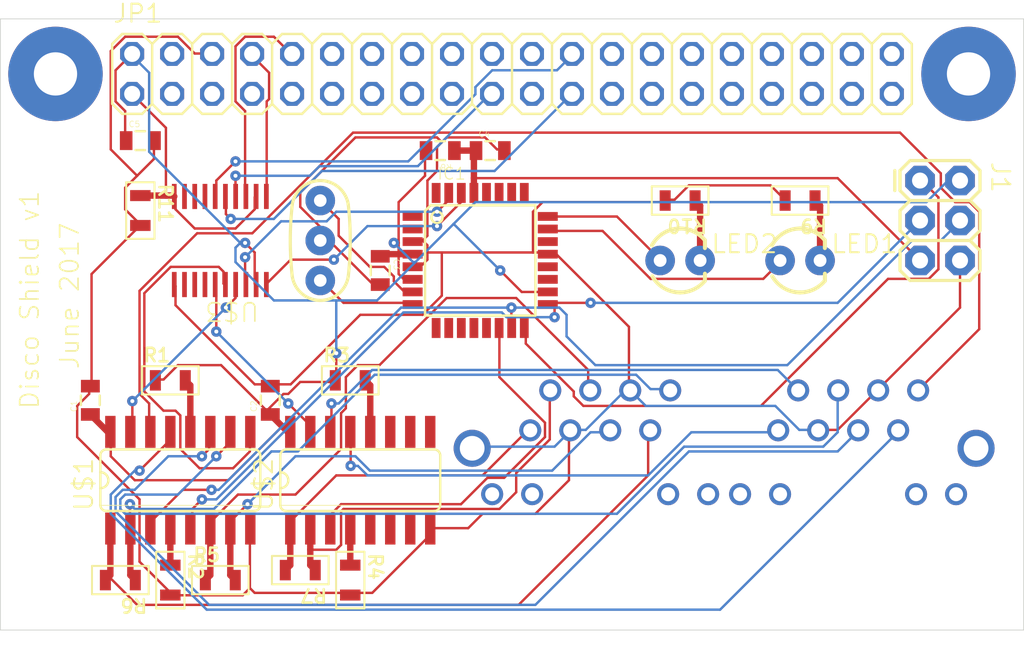
<source format=kicad_pcb>
(kicad_pcb (version 20241229) (generator "pcbnew") (generator_version "9.0")
  (layers (0 "F.Cu" signal) (2 "B.Cu" signal) (13 "F.Paste" user) (15 "B.Paste" user) (5 "F.SilkS" user "F.Silkscreen") (7 "B.SilkS" user "B.Silkscreen") (1 "F.Mask" user) (3 "B.Mask" user) (25 "Edge.Cuts" user))
  (net 0 "")
  (net 1 "VCC")
  (net 2 "GND")
  (net 3 "TXD_PI")
  (net 4 "RXD_PI")
  (net 5 "CE0_PI")
  (net 6 "CE1_PI")
  (net 7 "MOSI_PI")
  (net 8 "MISO_PI")
  (net 9 "SCLK_PI")
  (net 10 "D4")
  (net 11 "R4")
  (net 12 "N$1")
  (net 13 "N$3")
  (net 14 "N$5")
  (net 15 "N$6")
  (net 16 "D-BR-1")
  (net 17 "D-BR-2")
  (net 18 "D-B-2")
  (net 19 "D-B-1")
  (net 20 "R-B-1")
  (net 21 "R-BR-1")
  (net 22 "R-BR-2")
  (net 23 "R-B-2")
  (net 24 "D-O-1")
  (net 25 "D-O-2")
  (net 26 "R-O-1")
  (net 27 "R-O-2")
  (net 28 "SCK_AT")
  (net 29 "MISO_AT")
  (net 30 "MOSI_AT")
  (net 31 "XCK_AT")
  (net 32 "~{SS_AT}")
  (net 33 "RESET")
  (net 34 "N$7")
  (net 35 "N$8")
  (net 36 "N$9")
  (net 37 "N$10")
  (net 38 "LED1")
  (net 39 "LED2")
  (net 40 "N$11")
  (net 41 "N$12")
  (net 42 "V3.3")
  (net 43 "TXD_PI_5V")
  (net 44 "RXD_PI_5V")
  (net 45 "MOSI_PI_5V")
  (net 46 "SCLK_PI_5V")
  (net 47 "CE0_PI_5V")
  (footprint "R0805" (layer "F.Cu") (at 135.0511 120.6211 180)
    (property "Reference" "R7")
    (property "Value" "100" (hide yes))
  )
  (footprint "RESONATOR-PTH" (layer "F.Cu") (at 136.3211 99.6661 -90)
    (property "Reference" "Y1" (hide yes))
    (property "Value" "RESONATORPTH" (hide yes))
  )
  (footprint "2X20" (layer "F.Cu") (at 148.5011 89.0761)
    (property "Reference" "JP1")
    (property "Value" "PI-HEADER")
  )
  (footprint "0805" (layer "F.Cu") (at 124.8911 93.3161)
    (property "Reference" "C5")
    (property "Value" "10u")
  )
  (footprint "R0805" (layer "F.Cu") (at 124.8911 97.7611 -90)
    (property "Reference" "R11")
    (property "Value" "1k" (hide yes))
  )
  (footprint "TQFP32-08" (layer "F.Cu") (at 146.4811 100.9361)
    (property "Reference" "IC1")
    (property "Value" "MEGA48/88/168-AU")
  )
  (footprint "0805" (layer "F.Cu") (at 143.9411 93.9511 180)
    (property "Reference" "R8")
    (property "Value" "4K7")
  )
  (footprint "R0805" (layer "F.Cu") (at 159.1811 97.1261 180)
    (property "Reference" "R10")
    (property "Value" "400" (hide yes))
  )
  (footprint "R0805" (layer "F.Cu") (at 166.8011 97.1261 180)
    (property "Reference" "R9")
    (property "Value" "400" (hide yes))
  )
  (footprint "SOP-16" (layer "F.Cu") (at 127.4311 114.9061)
    (property "Reference" "U$1")
    (property "Value" "SN65C1167")
  )
  (footprint "TSSOP20" (layer "F.Cu") (at 129.9711 99.6661 180)
    (property "Reference" "U$3")
    (property "Value" "TXB0108PWR")
  )
  (footprint "LED3MM" (layer "F.Cu") (at 166.8011 100.9361)
    (property "Reference" "LED1")
    (property "Value" "IND1")
  )
  (footprint "LED3MM" (layer "F.Cu") (at 159.1811 100.9361)
    (property "Reference" "LED2")
    (property "Value" "IND2")
  )
  (footprint "0805" (layer "F.Cu") (at 121.7161 109.8261 90)
    (property "Reference" "C1")
    (property "Value" ".1u")
  )
  (footprint "R0805" (layer "F.Cu") (at 129.9711 121.2561)
    (property "Reference" "R5")
    (property "Value" "100" (hide yes))
  )
  (footprint "0805" (layer "F.Cu") (at 147.1161 93.9511)
    (property "Reference" "C4")
    (property "Value" ".1u")
  )
  (footprint "SOP-16" (layer "F.Cu") (at 138.8611 114.9061)
    (property "Reference" "U$2")
    (property "Value" "SN65C1167")
  )
  (footprint "R0805" (layer "F.Cu") (at 138.2261 121.2561 -90)
    (property "Reference" "R4")
    (property "Value" "1k" (hide yes))
  )
  (footprint "R0805" (layer "F.Cu") (at 123.6211 121.2561 180)
    (property "Reference" "R6")
    (property "Value" "100" (hide yes))
  )
  (footprint "0805" (layer "F.Cu") (at 133.1461 109.8261 90)
    (property "Reference" "C2")
    (property "Value" ".1u")
  )
  (footprint "RJSBE-5380-C2" (layer "F.Cu") (at 147.7511 119.9861)
    (property "Reference" "U$4" (hide yes))
    (property "Value" "RJSBE-5380-C2" (hide yes))
  )
  (footprint "0805" (layer "F.Cu") (at 140.1311 101.5711 -90)
    (property "Reference" "C3")
    (property "Value" ".1u")
  )
  (footprint "R0805" (layer "F.Cu") (at 126.7961 121.2561 -90)
    (property "Reference" "R2")
    (property "Value" "1k" (hide yes))
  )
  (footprint "R0805" (layer "F.Cu") (at 138.2261 108.5561)
    (property "Reference" "R3")
    (property "Value" "1k" (hide yes))
  )
  (footprint "R0805" (layer "F.Cu") (at 126.7961 108.5561)
    (property "Reference" "R1")
    (property "Value" "1k" (hide yes))
  )
  (footprint "2X3" (layer "F.Cu") (at 174.4211 95.8561 -90)
    (property "Reference" "J1")
    (property "Value" "AVR_SPI_PRG_6PTH")
  )
  (gr_line (start 116.0011 85.5761) (end 116.0011 124.4311) (stroke (width 0.05)) (layer "Edge.Cuts"))
  (gr_line (start 116.0011 124.4311) (end 181.0011 124.4311) (stroke (width 0.05)) (layer "Edge.Cuts"))
  (gr_line (start 181.0011 85.5761) (end 116.0011 85.5761) (stroke (width 0.05)) (layer "Edge.Cuts"))
  (gr_line (start 181.0011 124.4311) (end 181.0011 85.5761) (stroke (width 0.05)) (layer "Edge.Cuts"))
  (gr_text "Disco Shield v1" (at 118.5411 110.4611 90) (layer "F.SilkS") (effects (font (size 1.1684 1.1684) (thickness 0.1016)) (justify left bottom)))
  (gr_text "June 2017" (at 121.0811 107.9211 90) (layer "F.SilkS") (effects (font (size 1.1684 1.1684) (thickness 0.1016)) (justify left bottom)))
  (segment (start 134.4161 111.8327) (end 134.2527 111.8327) (width 0.4064) (layer "F.Cu") (net 1))
  (segment (start 127.2787 107.5909) (end 126.3643 108.5053) (width 0.1524) (layer "F.Cu") (net 1))
  (segment (start 135.0511 108.6577) (end 137.1847 108.6577) (width 0.1524) (layer "F.Cu") (net 1))
  (segment (start 124.2307 87.9313) (end 123.3163 88.8457) (width 0.1524) (layer "F.Cu") (net 1))
  (segment (start 125.9071 108.5053) (end 125.8461 108.5561) (width 0.1524) (layer "F.Cu") (net 1))
  (segment (start 132.9175 110.4865) (end 133.1461 110.7261) (width 0.1524) (layer "F.Cu") (net 1))
  (segment (start 133.9843 109.4197) (end 134.2891 109.4197) (width 0.1524) (layer "F.Cu") (net 1))
  (segment (start 132.1555 100.4281) (end 132.1555 102.4093) (width 0.1524) (layer "F.Cu") (net 1))
  (segment (start 141.2995 101.7997) (end 141.6043 102.1045) (width 0.1524) (layer "F.Cu") (net 1))
  (segment (start 123.9259 93.2653) (end 123.9911 93.3161) (width 0.1524) (layer "F.Cu") (net 1))
  (segment (start 141.2995 100.5361) (end 140.2661 100.5361) (width 0.4064) (layer "F.Cu") (net 1))
  (segment (start 142.1885 100.5361) (end 141.2995 100.5361) (width 0.4064) (layer "F.Cu") (net 1))
  (segment (start 130.4791 114.9061) (end 124.5355 114.9061) (width 0.1524) (layer "F.Cu") (net 1))
  (segment (start 142.9759 94.0273) (end 143.0411 93.9511) (width 0.1524) (layer "F.Cu") (net 1))
  (segment (start 124.2307 87.9313) (end 124.3711 87.8061) (width 0.1524) (layer "F.Cu") (net 1))
  (segment (start 141.2995 100.5361) (end 141.2995 99.8185) (width 0.1524) (layer "F.Cu") (net 1))
  (segment (start 123.3163 90.8269) (end 123.9259 91.4365) (width 0.1524) (layer "F.Cu") (net 1))
  (segment (start 124.5355 114.9061) (end 123.0115 113.3821) (width 0.1524) (layer "F.Cu") (net 1))
  (segment (start 141.2995 100.5361) (end 141.2995 101.7997) (width 0.1524) (layer "F.Cu") (net 1))
  (segment (start 132.9175 110.4865) (end 130.0219 107.5909) (width 0.1524) (layer "F.Cu") (net 1))
  (segment (start 122.9861 111.8327) (end 122.8227 111.8327) (width 0.4064) (layer "F.Cu") (net 1))
  (segment (start 133.0699 110.6389) (end 132.9175 110.4865) (width 0.1524) (layer "F.Cu") (net 1))
  (segment (start 133.9026 111.4826) (end 133.1461 110.7261) (width 0.4064) (layer "F.Cu") (net 1))
  (segment (start 150.7737 102.9361) (end 149.1161 102.9361) (width 0.1524) (layer "F.Cu") (net 1))
  (segment (start 132.9175 110.4865) (end 133.9843 109.4197) (width 0.1524) (layer "F.Cu") (net 1))
  (segment (start 122.8227 111.8327) (end 121.7161 110.7261) (width 0.4064) (layer "F.Cu") (net 1))
  (segment (start 149.1161 102.9361) (end 147.7511 101.5711) (width 0.1524) (layer "F.Cu") (net 1))
  (segment (start 133.0699 110.6389) (end 133.1461 110.7261) (width 0.1524) (layer "F.Cu") (net 1))
  (segment (start 137.1847 108.6577) (end 137.2761 108.5561) (width 0.1524) (layer "F.Cu") (net 1))
  (segment (start 140.2661 100.5361) (end 140.1311 100.6711) (width 0.4064) (layer "F.Cu") (net 1))
  (segment (start 123.0115 112.0105) (end 122.9861 111.8327) (width 0.1524) (layer "F.Cu") (net 1))
  (segment (start 141.6043 102.1045) (end 142.0615 102.1045) (width 0.1524) (layer "F.Cu") (net 1))
  (segment (start 141.2995 97.2277) (end 142.9759 95.5513) (width 0.1524) (layer "F.Cu") (net 1))
  (segment (start 132.1555 102.4093) (end 132.2461 102.4661) (width 0.1524) (layer "F.Cu") (net 1))
  (segment (start 137.3371 106.8289) (end 137.3371 108.5053) (width 0.1524) (layer "F.Cu") (net 1))
  (segment (start 123.3163 88.8457) (end 123.3163 90.8269) (width 0.1524) (layer "F.Cu") (net 1))
  (segment (start 134.2527 111.8327) (end 133.9026 111.4826) (width 0.4064) (layer "F.Cu") (net 1))
  (segment (start 142.0615 102.1045) (end 142.1885 102.1361) (width 0.1524) (layer "F.Cu") (net 1))
  (segment (start 130.0219 107.5909) (end 127.2787 107.5909) (width 0.1524) (layer "F.Cu") (net 1))
  (segment (start 142.9759 95.5513) (end 142.9759 94.0273) (width 0.1524) (layer "F.Cu") (net 1))
  (segment (start 134.2891 109.4197) (end 135.0511 108.6577) (width 0.1524) (layer "F.Cu") (net 1))
  (segment (start 123.0115 113.3821) (end 123.0115 112.0105) (width 0.1524) (layer "F.Cu") (net 1))
  (segment (start 141.2995 99.8185) (end 141.2995 97.2277) (width 0.1524) (layer "F.Cu") (net 1))
  (segment (start 123.9259 91.4365) (end 123.9259 93.2653) (width 0.1524) (layer "F.Cu") (net 1))
  (segment (start 137.3371 108.5053) (end 137.2761 108.5561) (width 0.1524) (layer "F.Cu") (net 1))
  (segment (start 131.5459 99.8185) (end 132.1555 100.4281) (width 0.1524) (layer "F.Cu") (net 1))
  (segment (start 133.9026 111.4826) (end 130.4791 114.9061) (width 0.1524) (layer "F.Cu") (net 1))
  (segment (start 140.9947 99.8185) (end 141.2995 99.8185) (width 0.1524) (layer "F.Cu") (net 1))
  (segment (start 126.3643 108.5053) (end 125.9071 108.5053) (width 0.1524) (layer "F.Cu") (net 1))
  (via (at 131.5459 99.8185) (size 0.6604) (drill 0.254) (layers "F.Cu" "B.Cu") (net 1))
  (via (at 137.3371 106.8289) (size 0.6604) (drill 0.254) (layers "F.Cu" "B.Cu") (net 1))
  (via (at 147.7511 101.5711) (size 0.6604) (drill 0.254) (layers "F.Cu" "B.Cu") (net 1))
  (via (at 140.9947 99.8185) (size 0.6604) (drill 0.254) (layers "F.Cu" "B.Cu") (net 1))
  (segment (start 137.3371 103.4761) (end 137.3371 106.8289) (width 0.1524) (layer "B.Cu") (net 1))
  (segment (start 124.3831 87.9313) (end 124.3711 87.8061) (width 0.1524) (layer "B.Cu") (net 1))
  (segment (start 133.3747 103.4761) (end 137.3371 103.4761) (width 0.1524) (layer "B.Cu") (net 1))
  (segment (start 139.9279 103.4761) (end 142.3663 101.0377) (width 0.1524) (layer "B.Cu") (net 1))
  (segment (start 131.2411 99.8185) (end 130.9363 100.1233) (width 0.1524) (layer "B.Cu") (net 1))
  (segment (start 124.3831 87.9313) (end 125.4499 88.9981) (width 0.1524) (layer "B.Cu") (net 1))
  (segment (start 131.2411 99.8185) (end 131.5459 99.8185) (width 0.1524) (layer "B.Cu") (net 1))
  (segment (start 144.792 98.612) (end 142.3663 101.0377) (width 0.1524) (layer "B.Cu") (net 1))
  (segment (start 174.8275 97.2277) (end 176.1991 95.8561) (width 0.1524) (layer "B.Cu") (net 1))
  (segment (start 144.792 98.612) (end 146.1763 97.2277) (width 0.1524) (layer "B.Cu") (net 1))
  (segment (start 146.1763 97.2277) (end 174.8275 97.2277) (width 0.1524) (layer "B.Cu") (net 1))
  (segment (start 125.4499 94.0273) (end 131.2411 99.8185) (width 0.1524) (layer "B.Cu") (net 1))
  (segment (start 130.9363 101.0377) (end 133.3747 103.4761) (width 0.1524) (layer "B.Cu") (net 1))
  (segment (start 137.3371 103.4761) (end 139.9279 103.4761) (width 0.1524) (layer "B.Cu") (net 1))
  (segment (start 125.4499 88.9981) (end 125.4499 94.0273) (width 0.1524) (layer "B.Cu") (net 1))
  (segment (start 142.2139 101.0377) (end 140.9947 99.8185) (width 0.1524) (layer "B.Cu") (net 1))
  (segment (start 176.1991 95.8561) (end 176.9611 95.8561) (width 0.1524) (layer "B.Cu") (net 1))
  (segment (start 142.3663 101.0377) (end 142.2139 101.0377) (width 0.1524) (layer "B.Cu") (net 1))
  (segment (start 147.7511 101.5711) (end 144.792 98.612) (width 0.1524) (layer "B.Cu") (net 1))
  (segment (start 130.9363 100.1233) (end 130.9363 101.0377) (width 0.1524) (layer "B.Cu") (net 1))
  (segment (start 133.2223 108.8101) (end 133.1461 108.9261) (width 0.1524) (layer "F.Cu") (net 2))
  (segment (start 143.1283 99.9709) (end 143.1283 100.4281) (width 0.1524) (layer "F.Cu") (net 2))
  (segment (start 123.9259 96.3133) (end 124.6879 95.5513) (width 0.1524) (layer "F.Cu") (net 2))
  (segment (start 149.9863 117.0397) (end 146.6335 117.0397) (width 0.1524) (layer "F.Cu") (net 2))
  (segment (start 138.5563 93.1129) (end 135.0511 96.6181) (width 0.1524) (layer "F.Cu") (net 2))
  (segment (start 143.4331 117.9541) (end 143.3061 117.9795) (width 0.1524) (layer "F.Cu") (net 2))
  (segment (start 143.7379 95.2465) (end 143.7379 93.7225) (width 0.1524) (layer "F.Cu") (net 2))
  (segment (start 134.4415 108.8101) (end 133.2223 108.8101) (width 0.1524) (layer "F.Cu") (net 2))
  (segment (start 139.6231 102.4093) (end 140.0803 102.4093) (width 0.1524) (layer "F.Cu") (net 2))
  (segment (start 143.2807 118.4113) (end 143.2807 118.1065) (width 0.1524) (layer "F.Cu") (net 2))
  (segment (start 120.8779 112.1629) (end 120.8779 110.1817) (width 0.1524) (layer "F.Cu") (net 2))
  (segment (start 140.0803 102.4093) (end 140.1311 102.4711) (width 0.1524) (layer "F.Cu") (net 2))
  (segment (start 171.6271 109.2673) (end 171.7611 109.1961) (width 0.1524) (layer "F.Cu") (net 2))
  (segment (start 176.9611 103.9333) (end 176.9611 100.9361) (width 0.1524) (layer "F.Cu") (net 2))
  (segment (start 169.1887 111.7057) (end 167.9695 111.7057) (width 0.1524) (layer "F.Cu") (net 2))
  (segment (start 143.1283 100.4281) (end 143.1283 100.8853) (width 0.1524) (layer "F.Cu") (net 2))
  (segment (start 158.3683 97.0753) (end 158.2311 97.1261) (width 0.1524) (layer "F.Cu") (net 2))
  (segment (start 133.0699 108.8101) (end 133.1461 108.9261) (width 0.1524) (layer "F.Cu") (net 2))
  (segment (start 143.7379 93.1129) (end 138.5563 93.1129) (width 0.1524) (layer "F.Cu") (net 2))
  (segment (start 129.4123 87.7789) (end 129.4511 87.8061) (width 0.1524) (layer "F.Cu") (net 2))
  (segment (start 138.2515 122.0689) (end 138.2261 122.2061) (width 0.1524) (layer "F.Cu") (net 2))
  (segment (start 148.0051 93.8749) (end 148.0161 93.9511) (width 0.1524) (layer "F.Cu") (net 2))
  (segment (start 135.0511 96.6181) (end 135.0511 97.5325) (width 0.1524) (layer "F.Cu") (net 2))
  (segment (start 126.8215 122.0689) (end 126.7961 122.2061) (width 0.1524) (layer "F.Cu") (net 2))
  (segment (start 127.1263 103.7809) (end 132.1555 108.8101) (width 0.1524) (layer "F.Cu") (net 2))
  (segment (start 138.2515 122.0689) (end 139.6231 122.0689) (width 0.1524) (layer "F.Cu") (net 2))
  (segment (start 124.6879 95.5513) (end 123.0115 93.8749) (width 0.1524) (layer "F.Cu") (net 2))
  (segment (start 152.1199 114.9061) (end 149.9863 117.0397) (width 0.1524) (layer "F.Cu") (net 2))
  (segment (start 127.2787 86.7121) (end 128.3455 87.7789) (width 0.1524) (layer "F.Cu") (net 2))
  (segment (start 143.2807 118.1065) (end 143.3061 117.9795) (width 0.1524) (layer "F.Cu") (net 2))
  (segment (start 150.9007 100.5805) (end 150.7737 100.5361) (width 0.1524) (layer "F.Cu") (net 2))
  (segment (start 143.1283 100.4281) (end 144.0427 100.4281) (width 0.1524) (layer "F.Cu") (net 2))
  (segment (start 123.0115 87.6265) (end 123.9259 86.7121) (width 0.1524) (layer "F.Cu") (net 2))
  (segment (start 131.8507 121.7641) (end 131.3935 122.2213) (width 0.1524) (layer "F.Cu") (net 2))
  (segment (start 124.8403 98.7517) (end 121.7923 101.7997) (width 0.1524) (layer "F.Cu") (net 2))
  (segment (start 150.7483 100.4281) (end 150.7737 100.5361) (width 0.1524) (layer "F.Cu") (net 2))
  (segment (start 132.1555 122.0689) (end 138.0991 122.0689) (width 0.1524) (layer "F.Cu") (net 2))
  (segment (start 158.8255 97.0753) (end 158.3683 97.0753) (width 0.1524) (layer "F.Cu") (net 2))
  (segment (start 171.7795 109.1149) (end 176.9611 103.9333) (width 0.1524) (layer "F.Cu") (net 2))
  (segment (start 158.2159 97.2277) (end 158.2311 97.1261) (width 0.1524) (layer "F.Cu") (net 2))
  (segment (start 121.6399 109.4197) (end 121.6399 108.9625) (width 0.1524) (layer "F.Cu") (net 2))
  (segment (start 152.1199 111.8581) (end 152.1199 114.9061) (width 0.1524) (layer "F.Cu") (net 2))
  (segment (start 131.8507 118.1065) (end 131.8761 117.9795) (width 0.1524) (layer "F.Cu") (net 2))
  (segment (start 124.8403 98.7517) (end 124.8911 98.7111) (width 0.1524) (layer "F.Cu") (net 2))
  (segment (start 143.1283 99.3613) (end 143.1283 95.8561) (width 0.1524) (layer "F.Cu") (net 2))
  (segment (start 120.8779 110.1817) (end 121.6399 109.4197) (width 0.1524) (layer "F.Cu") (net 2))
  (segment (start 142.8235 104.3905) (end 138.8611 104.3905) (width 0.1524) (layer "F.Cu") (net 2))
  (segment (start 143.1283 95.8561) (end 143.7379 95.2465) (width 0.1524) (layer "F.Cu") (net 2))
  (segment (start 136.2703 98.7517) (end 136.2703 99.6661) (width 0.1524) (layer "F.Cu") (net 2))
  (segment (start 142.2139 101.1901) (end 142.1885 101.3361) (width 0.1524) (layer "F.Cu") (net 2))
  (segment (start 125.7547 94.4845) (end 125.7547 93.4177) (width 0.1524) (layer "F.Cu") (net 2))
  (segment (start 139.6231 122.0689) (end 143.2807 118.4113) (width 0.1524) (layer "F.Cu") (net 2))
  (segment (start 167.9695 111.7057) (end 167.9511 111.7361) (width 0.1524) (layer "F.Cu") (net 2))
  (segment (start 142.2139 99.6661) (end 142.1885 99.7361) (width 0.1524) (layer "F.Cu") (net 2))
  (segment (start 131.8507 118.1065) (end 131.8507 121.7641) (width 0.1524) (layer "F.Cu") (net 2))
  (segment (start 126.8215 122.2213) (end 126.7961 122.2061) (width 0.1524) (layer "F.Cu") (net 2))
  (segment (start 138.8611 104.3905) (end 134.4415 108.8101) (width 0.1524) (layer "F.Cu") (net 2))
  (segment (start 144.0427 100.4281) (end 149.8339 100.4281) (width 0.1524) (layer "F.Cu") (net 2))
  (segment (start 121.7923 101.7997) (end 121.7923 108.8101) (width 0.1524) (layer "F.Cu") (net 2))
  (segment (start 144.0427 93.4177) (end 144.3475 93.1129) (width 0.1524) (layer "F.Cu") (net 2))
  (segment (start 136.8799 99.6661) (end 139.6231 102.4093) (width 0.1524) (layer "F.Cu") (net 2))
  (segment (start 155.9299 109.1149) (end 156.0111 109.1961) (width 0.1524) (layer "F.Cu") (net 2))
  (segment (start 124.8403 116.1253) (end 120.8779 112.1629) (width 0.1524) (layer "F.Cu") (net 2))
  (segment (start 131.8507 121.7641) (end 132.1555 122.0689) (width 0.1524) (layer "F.Cu") (net 2))
  (segment (start 125.7547 93.4177) (end 125.7911 93.3161) (width 0.1524) (layer "F.Cu") (net 2))
  (segment (start 171.7795 109.1149) (end 171.7611 109.1961) (width 0.1524) (layer "F.Cu") (net 2))
  (segment (start 124.8403 98.5993) (end 124.8911 98.7111) (width 0.1524) (layer "F.Cu") (net 2))
  (segment (start 136.3211 99.6661) (end 136.8799 99.6661) (width 0.1524) (layer "F.Cu") (net 2))
  (segment (start 149.8339 100.4281) (end 149.8339 97.8373) (width 0.1524) (layer "F.Cu") (net 2))
  (segment (start 149.8339 100.4281) (end 150.7483 100.4281) (width 0.1524) (layer "F.Cu") (net 2))
  (segment (start 123.9259 86.7121) (end 127.2787 86.7121) (width 0.1524) (layer "F.Cu") (net 2))
  (segment (start 145.7191 117.9541) (end 143.4331 117.9541) (width 0.1524) (layer "F.Cu") (net 2))
  (segment (start 144.3475 93.1129) (end 146.7859 93.1129) (width 0.1524) (layer "F.Cu") (net 2))
  (segment (start 147.5479 93.8749) (end 148.0051 93.8749) (width 0.1524) (layer "F.Cu") (net 2))
  (segment (start 136.2703 99.6661) (end 136.3211 99.6661) (width 0.1524) (layer "F.Cu") (net 2))
  (segment (start 124.8403 98.5993) (end 123.9259 97.6849) (width 0.1524) (layer "F.Cu") (net 2))
  (segment (start 123.0115 93.8749) (end 123.0115 87.6265) (width 0.1524) (layer "F.Cu") (net 2))
  (segment (start 127.1263 102.5617) (end 127.0461 102.4661) (width 0.1524) (layer "F.Cu") (net 2))
  (segment (start 123.9259 97.6849) (end 123.9259 96.3133) (width 0.1524) (layer "F.Cu") (net 2))
  (segment (start 146.7859 93.1129) (end 147.5479 93.8749) (width 0.1524) (layer "F.Cu") (net 2))
  (segment (start 126.8215 122.0689) (end 124.8403 120.0877) (width 0.1524) (layer "F.Cu") (net 2))
  (segment (start 165.8359 97.0753) (end 165.8511 97.1261) (width 0.1524) (layer "F.Cu") (net 2))
  (segment (start 142.8235 101.1901) (end 142.2139 101.1901) (width 0.1524) (layer "F.Cu") (net 2))
  (segment (start 142.2139 99.6661) (end 142.8235 99.6661) (width 0.1524) (layer "F.Cu") (net 2))
  (segment (start 124.8403 120.0877) (end 124.8403 116.1253) (width 0.1524) (layer "F.Cu") (net 2))
  (segment (start 151.3579 100.5805) (end 155.9299 105.1525) (width 0.1524) (layer "F.Cu") (net 2))
  (segment (start 171.6271 109.2673) (end 169.1887 111.7057) (width 0.1524) (layer "F.Cu") (net 2))
  (segment (start 159.7399 96.1609) (end 158.8255 97.0753) (width 0.1524) (layer "F.Cu") (net 2))
  (segment (start 127.1263 102.5617) (end 127.1263 103.7809) (width 0.1524) (layer "F.Cu") (net 2))
  (segment (start 144.0427 103.1713) (end 142.8235 104.3905) (width 0.1524) (layer "F.Cu") (net 2))
  (segment (start 146.6335 117.0397) (end 145.7191 117.9541) (width 0.1524) (layer "F.Cu") (net 2))
  (segment (start 121.7923 108.8101) (end 121.7161 108.9261) (width 0.1524) (layer "F.Cu") (net 2))
  (segment (start 142.8235 99.6661) (end 143.1283 99.3613) (width 0.1524) (layer "F.Cu") (net 2))
  (segment (start 152.1199 111.8581) (end 152.2011 111.7361) (width 0.1524) (layer "F.Cu") (net 2))
  (segment (start 121.6399 108.9625) (end 121.7161 108.9261) (width 0.1524) (layer "F.Cu") (net 2))
  (segment (start 128.3455 87.7789) (end 129.4123 87.7789) (width 0.1524) (layer "F.Cu") (net 2))
  (segment (start 124.6879 95.5513) (end 125.7547 94.4845) (width 0.1524) (layer "F.Cu") (net 2))
  (segment (start 164.9215 96.1609) (end 159.7399 96.1609) (width 0.1524) (layer "F.Cu") (net 2))
  (segment (start 143.1283 100.8853) (end 142.8235 101.1901) (width 0.1524) (layer "F.Cu") (net 2))
  (segment (start 149.8339 97.8373) (end 150.4435 97.2277) (width 0.1524) (layer "F.Cu") (net 2))
  (segment (start 165.8359 97.0753) (end 164.9215 96.1609) (width 0.1524) (layer "F.Cu") (net 2))
  (segment (start 132.1555 108.8101) (end 133.0699 108.8101) (width 0.1524) (layer "F.Cu") (net 2))
  (segment (start 144.0427 93.4177) (end 143.7379 93.1129) (width 0.1524) (layer "F.Cu") (net 2))
  (segment (start 143.7379 93.7225) (end 144.0427 93.4177) (width 0.1524) (layer "F.Cu") (net 2))
  (segment (start 155.9299 105.1525) (end 155.9299 109.1149) (width 0.1524) (layer "F.Cu") (net 2))
  (segment (start 131.3935 122.2213) (end 126.8215 122.2213) (width 0.1524) (layer "F.Cu") (net 2))
  (segment (start 144.0427 100.4281) (end 144.0427 103.1713) (width 0.1524) (layer "F.Cu") (net 2))
  (segment (start 150.4435 97.2277) (end 158.2159 97.2277) (width 0.1524) (layer "F.Cu") (net 2))
  (segment (start 142.8235 99.6661) (end 143.1283 99.9709) (width 0.1524) (layer "F.Cu") (net 2))
  (segment (start 138.0991 122.0689) (end 138.2261 122.2061) (width 0.1524) (layer "F.Cu") (net 2))
  (segment (start 150.9007 100.5805) (end 151.3579 100.5805) (width 0.1524) (layer "F.Cu") (net 2))
  (segment (start 135.0511 97.5325) (end 136.2703 98.7517) (width 0.1524) (layer "F.Cu") (net 2))
  (segment (start 165.2263 110.1817) (end 166.7503 111.7057) (width 0.1524) (layer "B.Cu") (net 2))
  (segment (start 166.7503 111.7057) (end 167.8171 111.7057) (width 0.1524) (layer "B.Cu") (net 2))
  (segment (start 155.9299 109.2673) (end 155.6251 109.2673) (width 0.1524) (layer "B.Cu") (net 2))
  (segment (start 156.9967 110.1817) (end 165.2263 110.1817) (width 0.1524) (layer "B.Cu") (net 2))
  (segment (start 155.6251 109.2673) (end 153.1867 111.7057) (width 0.1524) (layer "B.Cu") (net 2))
  (segment (start 156.0111 109.1961) (end 156.9967 110.1817) (width 0.1524) (layer "B.Cu") (net 2))
  (segment (start 152.1199 111.8581) (end 151.2055 112.7725) (width 0.1524) (layer "B.Cu") (net 2))
  (segment (start 155.9299 109.2673) (end 156.0111 109.1961) (width 0.1524) (layer "B.Cu") (net 2))
  (segment (start 152.1199 111.8581) (end 152.2011 111.7361) (width 0.1524) (layer "B.Cu") (net 2))
  (segment (start 167.8171 111.7057) (end 167.9511 111.7361) (width 0.1524) (layer "B.Cu") (net 2))
  (segment (start 151.2055 112.7725) (end 146.0239 112.7725) (width 0.1524) (layer "B.Cu") (net 2))
  (segment (start 146.0239 112.7725) (end 145.9711 112.8761) (width 0.1524) (layer "B.Cu") (net 2))
  (segment (start 152.2723 111.7057) (end 152.2011 111.7361) (width 0.1524) (layer "B.Cu") (net 2))
  (segment (start 153.1867 111.7057) (end 152.2723 111.7057) (width 0.1524) (layer "B.Cu") (net 2))
  (segment (start 133.0699 90.6745) (end 132.9175 90.8269) (width 0.1524) (layer "F.Cu") (net 3))
  (segment (start 133.0699 88.9981) (end 133.0699 90.6745) (width 0.1524) (layer "F.Cu") (net 3))
  (segment (start 132.9175 96.7705) (end 132.8961 96.8661) (width 0.1524) (layer "F.Cu") (net 3))
  (segment (start 132.0031 87.9313) (end 131.9911 87.8061) (width 0.1524) (layer "F.Cu") (net 3))
  (segment (start 132.0031 87.9313) (end 133.0699 88.9981) (width 0.1524) (layer "F.Cu") (net 3))
  (segment (start 132.9175 90.8269) (end 132.9175 96.7705) (width 0.1524) (layer "F.Cu") (net 3))
  (segment (start 130.9363 90.8269) (end 131.5459 91.4365) (width 0.1524) (layer "F.Cu") (net 4))
  (segment (start 133.3747 86.7121) (end 131.5459 86.7121) (width 0.1524) (layer "F.Cu") (net 4))
  (segment (start 131.5459 96.7705) (end 131.5961 96.8661) (width 0.1524) (layer "F.Cu") (net 4))
  (segment (start 131.5459 86.7121) (end 130.9363 87.3217) (width 0.1524) (layer "F.Cu") (net 4))
  (segment (start 130.9363 87.3217) (end 130.9363 90.8269) (width 0.1524) (layer "F.Cu") (net 4))
  (segment (start 134.4415 87.7789) (end 134.5311 87.8061) (width 0.1524) (layer "F.Cu") (net 4))
  (segment (start 134.4415 87.7789) (end 133.3747 86.7121) (width 0.1524) (layer "F.Cu") (net 4))
  (segment (start 131.5459 91.4365) (end 131.5459 96.7705) (width 0.1524) (layer "F.Cu") (net 4))
  (segment (start 130.9363 94.6369) (end 129.7171 95.8561) (width 0.1524) (layer "F.Cu") (net 5))
  (segment (start 129.7171 96.7705) (end 129.6461 96.8661) (width 0.1524) (layer "F.Cu") (net 5))
  (segment (start 129.7171 95.8561) (end 129.7171 96.7705) (width 0.1524) (layer "F.Cu") (net 5))
  (via (at 130.9363 94.6369) (size 0.6604) (drill 0.254) (layers "F.Cu" "B.Cu") (net 5))
  (segment (start 152.2723 87.9313) (end 151.3579 88.8457) (width 0.1524) (layer "B.Cu") (net 5))
  (segment (start 146.1763 90.3697) (end 141.9091 94.6369) (width 0.1524) (layer "B.Cu") (net 5))
  (segment (start 152.2723 87.9313) (end 152.3111 87.8061) (width 0.1524) (layer "B.Cu") (net 5))
  (segment (start 151.3579 88.8457) (end 147.2431 88.8457) (width 0.1524) (layer "B.Cu") (net 5))
  (segment (start 146.1763 89.9125) (end 146.1763 90.3697) (width 0.1524) (layer "B.Cu") (net 5))
  (segment (start 141.9091 94.6369) (end 130.9363 94.6369) (width 0.1524) (layer "B.Cu") (net 5))
  (segment (start 147.2431 88.8457) (end 146.1763 89.9125) (width 0.1524) (layer "B.Cu") (net 5))
  (segment (start 130.9363 96.7705) (end 130.9461 96.8661) (width 0.1524) (layer "F.Cu") (net 7))
  (segment (start 130.9363 95.5513) (end 130.9363 96.7705) (width 0.1524) (layer "F.Cu") (net 7))
  (via (at 130.9363 95.5513) (size 0.6604) (drill 0.254) (layers "F.Cu" "B.Cu") (net 7))
  (segment (start 142.5187 94.9417) (end 136.2703 94.9417) (width 0.1524) (layer "B.Cu") (net 7))
  (segment (start 136.2703 94.9417) (end 135.6607 95.5513) (width 0.1524) (layer "B.Cu") (net 7))
  (segment (start 135.6607 95.5513) (end 130.9363 95.5513) (width 0.1524) (layer "B.Cu") (net 7))
  (segment (start 147.0907 90.3697) (end 147.2311 90.3461) (width 0.1524) (layer "B.Cu") (net 7))
  (segment (start 147.0907 90.3697) (end 142.5187 94.9417) (width 0.1524) (layer "B.Cu") (net 7))
  (segment (start 130.6315 98.2945) (end 130.3267 97.9897) (width 0.1524) (layer "F.Cu") (net 9))
  (segment (start 130.3267 96.9229) (end 130.2961 96.8661) (width 0.1524) (layer "F.Cu") (net 9))
  (segment (start 130.3267 97.9897) (end 130.3267 96.9229) (width 0.1524) (layer "F.Cu") (net 9))
  (via (at 130.6315 98.2945) (size 0.6604) (drill 0.254) (layers "F.Cu" "B.Cu") (net 9))
  (segment (start 147.3955 95.2465) (end 136.4227 95.2465) (width 0.1524) (layer "B.Cu") (net 9))
  (segment (start 136.4227 95.2465) (end 133.3747 98.2945) (width 0.1524) (layer "B.Cu") (net 9))
  (segment (start 152.2723 90.3697) (end 147.3955 95.2465) (width 0.1524) (layer "B.Cu") (net 9))
  (segment (start 152.2723 90.3697) (end 152.3111 90.3461) (width 0.1524) (layer "B.Cu") (net 9))
  (segment (start 133.3747 98.2945) (end 130.6315 98.2945) (width 0.1524) (layer "B.Cu") (net 9))
  (segment (start 128.0661 108.8761) (end 127.7461 108.5561) (width 0.4064) (layer "F.Cu") (net 12))
  (segment (start 128.0661 111.8327) (end 128.0661 108.8761) (width 0.4064) (layer "F.Cu") (net 12))
  (segment (start 126.7961 117.9795) (end 126.7961 120.3061) (width 0.4064) (layer "F.Cu") (net 13))
  (segment (start 139.4961 111.8327) (end 139.4961 108.8761) (width 0.4064) (layer "F.Cu") (net 14))
  (segment (start 139.4961 108.8761) (end 139.1761 108.5561) (width 0.4064) (layer "F.Cu") (net 14))
  (segment (start 138.2261 117.9795) (end 138.2261 120.3061) (width 0.4064) (layer "F.Cu") (net 15))
  (segment (start 178.1803 97.8373) (end 177.5707 97.2277) (width 0.1524) (layer "F.Cu") (net 16))
  (segment (start 175.7419 95.3989) (end 173.1511 92.8081) (width 0.1524) (layer "F.Cu") (net 16))
  (segment (start 124.8403 102.8665) (end 124.8403 109.4197) (width 0.1524) (layer "F.Cu") (net 16))
  (segment (start 178.1803 105.3049) (end 178.1803 97.8373) (width 0.1524) (layer "F.Cu") (net 16))
  (segment (start 124.8403 109.4197) (end 125.4499 110.0293) (width 0.1524) (layer "F.Cu") (net 16))
  (segment (start 128.4979 99.2089) (end 124.8403 102.8665) (width 0.1524) (layer "F.Cu") (net 16))
  (segment (start 125.4499 111.7057) (end 125.5261 111.8327) (width 0.1524) (layer "F.Cu") (net 16))
  (segment (start 138.4039 92.8081) (end 132.0031 99.2089) (width 0.1524) (layer "F.Cu") (net 16))
  (segment (start 174.3703 109.1149) (end 174.3011 109.1961) (width 0.1524) (layer "F.Cu") (net 16))
  (segment (start 173.1511 92.8081) (end 138.4039 92.8081) (width 0.1524) (layer "F.Cu") (net 16))
  (segment (start 177.5707 97.2277) (end 176.6563 97.2277) (width 0.1524) (layer "F.Cu") (net 16))
  (segment (start 132.0031 99.2089) (end 128.4979 99.2089) (width 0.1524) (layer "F.Cu") (net 16))
  (segment (start 125.4499 110.0293) (end 125.4499 111.7057) (width 0.1524) (layer "F.Cu") (net 16))
  (segment (start 176.6563 97.2277) (end 175.7419 96.3133) (width 0.1524) (layer "F.Cu") (net 16))
  (segment (start 174.3703 109.1149) (end 178.1803 105.3049) (width 0.1524) (layer "F.Cu") (net 16))
  (segment (start 175.7419 96.3133) (end 175.7419 95.3989) (width 0.1524) (layer "F.Cu") (net 16))
  (segment (start 126.6691 112.4677) (end 126.6691 111.8581) (width 0.1524) (layer "F.Cu") (net 17))
  (segment (start 126.6691 111.8581) (end 126.7961 111.8327) (width 0.1524) (layer "F.Cu") (net 17))
  (segment (start 124.8403 114.2965) (end 126.6691 112.4677) (width 0.1524) (layer "F.Cu") (net 17))
  (via (at 124.8403 114.2965) (size 0.6604) (drill 0.254) (layers "F.Cu" "B.Cu") (net 17))
  (segment (start 123.0115 115.8205) (end 124.5355 114.2965) (width 0.1524) (layer "B.Cu") (net 17))
  (segment (start 161.7211 123.1357) (end 129.1075 123.1357) (width 0.1524) (layer "B.Cu") (net 17))
  (segment (start 124.5355 114.2965) (end 124.8403 114.2965) (width 0.1524) (layer "B.Cu") (net 17))
  (segment (start 172.9987 111.8581) (end 173.0311 111.7361) (width 0.1524) (layer "B.Cu") (net 17))
  (segment (start 123.0115 117.0397) (end 123.0115 115.8205) (width 0.1524) (layer "B.Cu") (net 17))
  (segment (start 129.1075 123.1357) (end 123.0115 117.0397) (width 0.1524) (layer "B.Cu") (net 17))
  (segment (start 172.9987 111.8581) (end 161.7211 123.1357) (width 0.1524) (layer "B.Cu") (net 17))
  (segment (start 128.8027 113.3821) (end 129.2599 112.9249) (width 0.1524) (layer "F.Cu") (net 18))
  (segment (start 129.2599 112.9249) (end 129.2599 111.8581) (width 0.1524) (layer "F.Cu") (net 18))
  (segment (start 129.2599 111.8581) (end 129.3361 111.8327) (width 0.1524) (layer "F.Cu") (net 18))
  (via (at 128.8027 113.3821) (size 0.6604) (drill 0.254) (layers "F.Cu" "B.Cu") (net 18))
  (segment (start 170.4079 111.8581) (end 169.1887 113.0773) (width 0.1524) (layer "B.Cu") (net 18))
  (segment (start 126.6691 113.3821) (end 128.8027 113.3821) (width 0.1524) (layer "B.Cu") (net 18))
  (segment (start 123.3163 116.8873) (end 123.3163 115.9729) (width 0.1524) (layer "B.Cu") (net 18))
  (segment (start 123.7735 115.5157) (end 124.5355 115.5157) (width 0.1524) (layer "B.Cu") (net 18))
  (segment (start 159.7399 113.0773) (end 149.9863 122.8309) (width 0.1524) (layer "B.Cu") (net 18))
  (segment (start 170.4079 111.8581) (end 170.4911 111.7361) (width 0.1524) (layer "B.Cu") (net 18))
  (segment (start 124.5355 115.5157) (end 126.6691 113.3821) (width 0.1524) (layer "B.Cu") (net 18))
  (segment (start 169.1887 113.0773) (end 159.7399 113.0773) (width 0.1524) (layer "B.Cu") (net 18))
  (segment (start 123.3163 115.9729) (end 123.7735 115.5157) (width 0.1524) (layer "B.Cu") (net 18))
  (segment (start 149.9863 122.8309) (end 129.2599 122.8309) (width 0.1524) (layer "B.Cu") (net 18))
  (segment (start 129.2599 122.8309) (end 123.3163 116.8873) (width 0.1524) (layer "B.Cu") (net 18))
  (segment (start 130.4791 111.8581) (end 130.6061 111.8327) (width 0.1524) (layer "F.Cu") (net 19))
  (segment (start 130.4791 112.6201) (end 130.4791 111.8581) (width 0.1524) (layer "F.Cu") (net 19))
  (segment (start 129.7171 113.3821) (end 130.4791 112.6201) (width 0.1524) (layer "F.Cu") (net 19))
  (via (at 129.7171 113.3821) (size 0.6604) (drill 0.254) (layers "F.Cu" "B.Cu") (net 19))
  (segment (start 155.1679 117.0397) (end 123.9259 117.0397) (width 0.1524) (layer "B.Cu") (net 19))
  (segment (start 159.4351 112.7725) (end 155.1679 117.0397) (width 0.1524) (layer "B.Cu") (net 19))
  (segment (start 168.2743 112.7725) (end 159.4351 112.7725) (width 0.1524) (layer "B.Cu") (net 19))
  (segment (start 123.9259 115.8205) (end 127.2787 115.8205) (width 0.1524) (layer "B.Cu") (net 19))
  (segment (start 169.1887 109.2673) (end 169.1887 111.8581) (width 0.1524) (layer "B.Cu") (net 19))
  (segment (start 127.2787 115.8205) (end 129.7171 113.3821) (width 0.1524) (layer "B.Cu") (net 19))
  (segment (start 123.6211 116.7349) (end 123.6211 116.1253) (width 0.1524) (layer "B.Cu") (net 19))
  (segment (start 123.6211 116.1253) (end 123.9259 115.8205) (width 0.1524) (layer "B.Cu") (net 19))
  (segment (start 169.1887 111.8581) (end 168.2743 112.7725) (width 0.1524) (layer "B.Cu") (net 19))
  (segment (start 169.1887 109.2673) (end 169.2211 109.1961) (width 0.1524) (layer "B.Cu") (net 19))
  (segment (start 123.9259 117.0397) (end 123.6211 116.7349) (width 0.1524) (layer "B.Cu") (net 19))
  (segment (start 137.6419 110.6389) (end 137.9467 110.3341) (width 0.1524) (layer "F.Cu") (net 20))
  (segment (start 138.7087 107.5909) (end 140.0803 107.5909) (width 0.1524) (layer "F.Cu") (net 20))
  (segment (start 129.3361 117.9795) (end 129.3361 120.9411) (width 0.4064) (layer "F.Cu") (net 20))
  (segment (start 153.3391 109.1149) (end 153.4711 109.1961) (width 0.1524) (layer "F.Cu") (net 20))
  (segment (start 148.7671 103.3237) (end 153.3391 107.8957) (width 0.1524) (layer "F.Cu") (net 20))
  (segment (start 137.9467 108.3529) (end 138.7087 107.5909) (width 0.1524) (layer "F.Cu") (net 20))
  (segment (start 140.0803 107.5909) (end 144.3475 103.3237) (width 0.1524) (layer "F.Cu") (net 20))
  (segment (start 134.7463 115.8205) (end 137.6419 112.9249) (width 0.1524) (layer "F.Cu") (net 20))
  (segment (start 137.9467 110.3341) (end 137.9467 108.3529) (width 0.1524) (layer "F.Cu") (net 20))
  (segment (start 129.3361 120.9411) (end 129.0211 121.2561) (width 0.4064) (layer "F.Cu") (net 20))
  (segment (start 144.3475 103.3237) (end 148.7671 103.3237) (width 0.1524) (layer "F.Cu") (net 20))
  (segment (start 129.4123 117.8017) (end 129.3361 117.9795) (width 0.1524) (layer "F.Cu") (net 20))
  (segment (start 137.6419 112.9249) (end 137.6419 110.6389) (width 0.1524) (layer "F.Cu") (net 20))
  (segment (start 129.4123 117.8017) (end 129.4123 117.4969) (width 0.1524) (layer "F.Cu") (net 20))
  (segment (start 153.3391 107.8957) (end 153.3391 109.1149) (width 0.1524) (layer "F.Cu") (net 20))
  (segment (start 131.0887 115.8205) (end 134.7463 115.8205) (width 0.1524) (layer "F.Cu") (net 20))
  (segment (start 129.4123 117.4969) (end 131.0887 115.8205) (width 0.1524) (layer "F.Cu") (net 20))
  (segment (start 124.2561 120.9411) (end 124.5711 121.2561) (width 0.4064) (layer "F.Cu") (net 21))
  (segment (start 124.2307 117.8017) (end 124.2561 117.9795) (width 0.1524) (layer "F.Cu") (net 21))
  (segment (start 124.2561 117.9795) (end 124.2561 120.9411) (width 0.4064) (layer "F.Cu") (net 21))
  (segment (start 124.2307 117.8017) (end 124.2307 116.4301) (width 0.1524) (layer "F.Cu") (net 21))
  (via (at 124.2307 116.4301) (size 0.6604) (drill 0.254) (layers "F.Cu" "B.Cu") (net 21))
  (segment (start 124.2307 116.4301) (end 124.5355 116.7349) (width 0.1524) (layer "B.Cu") (net 21))
  (segment (start 124.5355 116.7349) (end 129.5647 116.7349) (width 0.1524) (layer "B.Cu") (net 21))
  (segment (start 129.5647 116.7349) (end 133.2223 113.0773) (width 0.1524) (layer "B.Cu") (net 21))
  (segment (start 139.7755 108.2005) (end 156.3871 108.2005) (width 0.1524) (layer "B.Cu") (net 21))
  (segment (start 133.2223 113.0773) (end 134.8987 113.0773) (width 0.1524) (layer "B.Cu") (net 21))
  (segment (start 156.3871 108.2005) (end 157.3015 109.1149) (width 0.1524) (layer "B.Cu") (net 21))
  (segment (start 158.5207 109.1149) (end 158.5511 109.1961) (width 0.1524) (layer "B.Cu") (net 21))
  (segment (start 157.3015 109.1149) (end 158.5207 109.1149) (width 0.1524) (layer "B.Cu") (net 21))
  (segment (start 134.8987 113.0773) (end 139.7755 108.2005) (width 0.1524) (layer "B.Cu") (net 21))
  (segment (start 148.9195 122.8309) (end 157.1491 114.6013) (width 0.1524) (layer "F.Cu") (net 22))
  (segment (start 124.6879 122.8309) (end 148.9195 122.8309) (width 0.1524) (layer "F.Cu") (net 22))
  (segment (start 157.1491 114.6013) (end 157.1491 111.8581) (width 0.1524) (layer "F.Cu") (net 22))
  (segment (start 122.9861 120.9411) (end 122.6711 121.2561) (width 0.4064) (layer "F.Cu") (net 22))
  (segment (start 122.9861 117.9795) (end 122.9861 120.9411) (width 0.4064) (layer "F.Cu") (net 22))
  (segment (start 123.0115 121.1545) (end 124.6879 122.8309) (width 0.1524) (layer "F.Cu") (net 22))
  (segment (start 123.0115 121.1545) (end 122.6711 121.2561) (width 0.1524) (layer "F.Cu") (net 22))
  (segment (start 157.1491 111.8581) (end 157.2811 111.7361) (width 0.1524) (layer "F.Cu") (net 22))
  (segment (start 130.6315 117.8017) (end 130.6315 117.4969) (width 0.1524) (layer "F.Cu") (net 23))
  (segment (start 130.6315 117.8017) (end 130.6061 117.9795) (width 0.1524) (layer "F.Cu") (net 23))
  (segment (start 130.6061 117.9795) (end 130.6061 120.9411) (width 0.4064) (layer "F.Cu") (net 23))
  (segment (start 130.6315 117.4969) (end 131.6983 116.4301) (width 0.1524) (layer "F.Cu") (net 23))
  (segment (start 130.6061 120.9411) (end 130.9211 121.2561) (width 0.4064) (layer "F.Cu") (net 23))
  (via (at 131.6983 116.4301) (size 0.6604) (drill 0.254) (layers "F.Cu" "B.Cu") (net 23))
  (segment (start 138.5563 113.3821) (end 139.4707 114.2965) (width 0.1524) (layer "B.Cu") (net 23))
  (segment (start 139.4707 114.2965) (end 151.0531 114.2965) (width 0.1524) (layer "B.Cu") (net 23))
  (segment (start 154.7107 111.8581) (end 154.7411 111.7361) (width 0.1524) (layer "B.Cu") (net 23))
  (segment (start 153.4915 111.8581) (end 154.7107 111.8581) (width 0.1524) (layer "B.Cu") (net 23))
  (segment (start 151.0531 114.2965) (end 153.4915 111.8581) (width 0.1524) (layer "B.Cu") (net 23))
  (segment (start 131.6983 116.4301) (end 134.7463 113.3821) (width 0.1524) (layer "B.Cu") (net 23))
  (segment (start 134.7463 113.3821) (end 138.5563 113.3821) (width 0.1524) (layer "B.Cu") (net 23))
  (segment (start 137.0323 110.0293) (end 137.0323 111.7057) (width 0.1524) (layer "F.Cu") (net 24))
  (segment (start 137.0323 111.7057) (end 136.9561 111.8327) (width 0.1524) (layer "F.Cu") (net 24))
  (via (at 137.0323 110.0293) (size 0.6604) (drill 0.254) (layers "F.Cu" "B.Cu") (net 24))
  (segment (start 166.5979 109.1149) (end 166.6811 109.1961) (width 0.1524) (layer "B.Cu") (net 24))
  (segment (start 137.4895 110.0293) (end 137.0323 110.0293) (width 0.1524) (layer "B.Cu") (net 24))
  (segment (start 166.5979 109.1149) (end 165.3787 107.8957) (width 0.1524) (layer "B.Cu") (net 24))
  (segment (start 165.3787 107.8957) (end 139.6231 107.8957) (width 0.1524) (layer "B.Cu") (net 24))
  (segment (start 139.6231 107.8957) (end 137.4895 110.0293) (width 0.1524) (layer "B.Cu") (net 24))
  (segment (start 138.2515 113.9917) (end 138.2515 111.8581) (width 0.1524) (layer "F.Cu") (net 25))
  (segment (start 138.2515 111.8581) (end 138.2261 111.8327) (width 0.1524) (layer "F.Cu") (net 25))
  (via (at 138.2515 113.9917) (size 0.6604) (drill 0.254) (layers "F.Cu" "B.Cu") (net 25))
  (segment (start 139.3183 114.6013) (end 138.7087 113.9917) (width 0.1524) (layer "B.Cu") (net 25))
  (segment (start 165.3787 111.8581) (end 159.8923 111.8581) (width 0.1524) (layer "B.Cu") (net 25))
  (segment (start 138.7087 113.9917) (end 138.2515 113.9917) (width 0.1524) (layer "B.Cu") (net 25))
  (segment (start 165.3787 111.8581) (end 165.4111 111.7361) (width 0.1524) (layer "B.Cu") (net 25))
  (segment (start 157.1491 114.6013) (end 139.3183 114.6013) (width 0.1524) (layer "B.Cu") (net 25))
  (segment (start 159.8923 111.8581) (end 157.1491 114.6013) (width 0.1524) (layer "B.Cu") (net 25))
  (segment (start 150.9007 109.2673) (end 150.9311 109.1961) (width 0.1524) (layer "F.Cu") (net 26))
  (segment (start 147.7003 116.7349) (end 137.7943 116.7349) (width 0.1524) (layer "F.Cu") (net 26))
  (segment (start 150.9007 109.2673) (end 150.9007 112.3153) (width 0.1524) (layer "F.Cu") (net 26))
  (segment (start 148.7671 114.4489) (end 148.7671 115.6681) (width 0.1524) (layer "F.Cu") (net 26))
  (segment (start 150.9007 112.3153) (end 148.7671 114.4489) (width 0.1524) (layer "F.Cu") (net 26))
  (segment (start 137.3371 119.3257) (end 135.6861 119.3257) (width 0.1524) (layer "F.Cu") (net 26))
  (segment (start 135.6861 119.3257) (end 135.6861 120.3061) (width 0.4064) (layer "F.Cu") (net 26))
  (segment (start 135.6861 117.9795) (end 135.6861 119.3257) (width 0.4064) (layer "F.Cu") (net 26))
  (segment (start 135.6861 120.3061) (end 136.0011 120.6211) (width 0.4064) (layer "F.Cu") (net 26))
  (segment (start 137.6419 119.0209) (end 137.3371 119.3257) (width 0.1524) (layer "F.Cu") (net 26))
  (segment (start 137.6419 116.8873) (end 137.6419 119.0209) (width 0.1524) (layer "F.Cu") (net 26))
  (segment (start 148.7671 115.6681) (end 147.7003 116.7349) (width 0.1524) (layer "F.Cu") (net 26))
  (segment (start 137.7943 116.7349) (end 137.6419 116.8873) (width 0.1524) (layer "F.Cu") (net 26))
  (segment (start 146.6335 114.6013) (end 137.3371 114.6013) (width 0.1524) (layer "F.Cu") (net 27))
  (segment (start 134.4415 117.8017) (end 134.4161 117.9795) (width 0.1524) (layer "F.Cu") (net 27))
  (segment (start 149.5291 111.7057) (end 146.6335 114.6013) (width 0.1524) (layer "F.Cu") (net 27))
  (segment (start 137.3371 114.6013) (end 134.4415 117.4969) (width 0.1524) (layer "F.Cu") (net 27))
  (segment (start 149.5291 111.7057) (end 149.6611 111.7361) (width 0.1524) (layer "F.Cu") (net 27))
  (segment (start 134.4161 117.9795) (end 134.4161 120.3061) (width 0.4064) (layer "F.Cu") (net 27))
  (segment (start 134.4415 117.4969) (end 134.4415 117.8017) (width 0.1524) (layer "F.Cu") (net 27))
  (segment (start 134.4161 120.3061) (end 134.1011 120.6211) (width 0.4064) (layer "F.Cu") (net 27))
  (segment (start 128.1931 117.9541) (end 128.0661 117.9795) (width 0.1524) (layer "F.Cu") (net 28))
  (segment (start 151.2055 103.6285) (end 150.9007 103.6285) (width 0.1524) (layer "F.Cu") (net 28))
  (segment (start 128.8027 116.1253) (end 128.1931 116.7349) (width 0.1524) (layer "F.Cu") (net 28))
  (segment (start 150.9007 103.6285) (end 150.7737 103.7361) (width 0.1524) (layer "F.Cu") (net 28))
  (segment (start 151.2055 103.6285) (end 151.2055 104.5429) (width 0.1524) (layer "F.Cu") (net 28))
  (segment (start 128.1931 116.7349) (end 128.1931 117.9541) (width 0.1524) (layer "F.Cu") (net 28))
  (segment (start 151.2055 103.6285) (end 150.7737 103.7361) (width 0.1524) (layer "F.Cu") (net 28))
  (segment (start 153.4915 103.6285) (end 151.2055 103.6285) (width 0.1524) (layer "F.Cu") (net 28))
  (via (at 151.2055 104.5429) (size 0.6604) (drill 0.254) (layers "F.Cu" "B.Cu") (net 28))
  (via (at 153.4915 103.6285) (size 0.6604) (drill 0.254) (layers "F.Cu" "B.Cu") (net 28))
  (via (at 128.8027 116.1253) (size 0.6604) (drill 0.254) (layers "F.Cu" "B.Cu") (net 28))
  (segment (start 129.7171 116.1253) (end 128.8027 116.1253) (width 0.1524) (layer "B.Cu") (net 28))
  (segment (start 151.2055 104.5429) (end 148.1575 104.5429) (width 0.1524) (layer "B.Cu") (net 28))
  (segment (start 141.6043 104.2381) (end 129.7171 116.1253) (width 0.1524) (layer "B.Cu") (net 28))
  (segment (start 148.1575 104.5429) (end 147.8527 104.2381) (width 0.1524) (layer "B.Cu") (net 28))
  (segment (start 174.4211 98.3961) (end 169.1887 103.6285) (width 0.1524) (layer "B.Cu") (net 28))
  (segment (start 147.8527 104.2381) (end 141.6043 104.2381) (width 0.1524) (layer "B.Cu") (net 28))
  (segment (start 169.1887 103.6285) (end 153.4915 103.6285) (width 0.1524) (layer "B.Cu") (net 28))
  (segment (start 174.5227 95.8561) (end 175.5895 96.9229) (width 0.1524) (layer "F.Cu") (net 29))
  (segment (start 152.4247 109.2673) (end 149.3767 106.2193) (width 0.1524) (layer "F.Cu") (net 29))
  (segment (start 172.3891 102.1045) (end 164.3119 110.1817) (width 0.1524) (layer "F.Cu") (net 29))
  (segment (start 149.3767 105.3049) (end 149.2811 105.2287) (width 0.1524) (layer "F.Cu") (net 29))
  (segment (start 174.9799 102.1045) (end 172.3891 102.1045) (width 0.1524) (layer "F.Cu") (net 29))
  (segment (start 175.5895 96.9229) (end 175.5895 101.4949) (width 0.1524) (layer "F.Cu") (net 29))
  (segment (start 149.3767 106.2193) (end 149.3767 105.3049) (width 0.1524) (layer "F.Cu") (net 29))
  (segment (start 153.0343 110.1817) (end 152.4247 109.5721) (width 0.1524) (layer "F.Cu") (net 29))
  (segment (start 152.4247 109.5721) (end 152.4247 109.2673) (width 0.1524) (layer "F.Cu") (net 29))
  (segment (start 175.5895 101.4949) (end 174.9799 102.1045) (width 0.1524) (layer "F.Cu") (net 29))
  (segment (start 164.3119 110.1817) (end 153.0343 110.1817) (width 0.1524) (layer "F.Cu") (net 29))
  (segment (start 174.5227 95.8561) (end 174.4211 95.8561) (width 0.1524) (layer "F.Cu") (net 29))
  (segment (start 148.4623 103.9333) (end 148.4623 105.1525) (width 0.1524) (layer "F.Cu") (net 30))
  (segment (start 125.6023 117.9541) (end 125.5261 117.9795) (width 0.1524) (layer "F.Cu") (net 30))
  (segment (start 129.4123 115.5157) (end 127.5835 115.5157) (width 0.1524) (layer "F.Cu") (net 30))
  (segment (start 148.4623 105.1525) (end 148.4811 105.2287) (width 0.1524) (layer "F.Cu") (net 30))
  (segment (start 125.6023 117.4969) (end 125.6023 117.9541) (width 0.1524) (layer "F.Cu") (net 30))
  (segment (start 127.5835 115.5157) (end 125.6023 117.4969) (width 0.1524) (layer "F.Cu") (net 30))
  (via (at 129.4123 115.5157) (size 0.6604) (drill 0.254) (layers "F.Cu" "B.Cu") (net 30))
  (via (at 148.4623 103.9333) (size 0.6604) (drill 0.254) (layers "F.Cu" "B.Cu") (net 30))
  (segment (start 173.9131 99.6661) (end 165.9883 107.5909) (width 0.1524) (layer "B.Cu") (net 30))
  (segment (start 151.9675 105.7621) (end 151.9675 104.3905) (width 0.1524) (layer "B.Cu") (net 30))
  (segment (start 141.4519 103.9333) (end 129.8695 115.5157) (width 0.1524) (layer "B.Cu") (net 30))
  (segment (start 129.8695 115.5157) (end 129.4123 115.5157) (width 0.1524) (layer "B.Cu") (net 30))
  (segment (start 176.9611 98.4469) (end 175.7419 99.6661) (width 0.1524) (layer "B.Cu") (net 30))
  (segment (start 175.7419 99.6661) (end 173.9131 99.6661) (width 0.1524) (layer "B.Cu") (net 30))
  (segment (start 151.5103 103.9333) (end 148.4623 103.9333) (width 0.1524) (layer "B.Cu") (net 30))
  (segment (start 176.9611 98.4469) (end 176.9611 98.3961) (width 0.1524) (layer "B.Cu") (net 30))
  (segment (start 153.7963 107.5909) (end 151.9675 105.7621) (width 0.1524) (layer "B.Cu") (net 30))
  (segment (start 165.9883 107.5909) (end 153.7963 107.5909) (width 0.1524) (layer "B.Cu") (net 30))
  (segment (start 148.4623 103.9333) (end 141.4519 103.9333) (width 0.1524) (layer "B.Cu") (net 30))
  (segment (start 151.9675 104.3905) (end 151.5103 103.9333) (width 0.1524) (layer "B.Cu") (net 30))
  (segment (start 150.5959 111.2485) (end 147.7003 108.3529) (width 0.1524) (layer "F.Cu") (net 32))
  (segment (start 137.6419 116.4301) (end 145.2619 116.4301) (width 0.1524) (layer "F.Cu") (net 32))
  (segment (start 137.0323 117.9541) (end 136.9561 117.9795) (width 0.1524) (layer "F.Cu") (net 32))
  (segment (start 148.0051 114.7537) (end 150.5959 112.1629) (width 0.1524) (layer "F.Cu") (net 32))
  (segment (start 147.7003 108.3529) (end 147.7003 105.3049) (width 0.1524) (layer "F.Cu") (net 32))
  (segment (start 137.0323 117.0397) (end 137.6419 116.4301) (width 0.1524) (layer "F.Cu") (net 32))
  (segment (start 147.7003 105.3049) (end 147.6811 105.2287) (width 0.1524) (layer "F.Cu") (net 32))
  (segment (start 146.9383 114.7537) (end 148.0051 114.7537) (width 0.1524) (layer "F.Cu") (net 32))
  (segment (start 145.2619 116.4301) (end 146.9383 114.7537) (width 0.1524) (layer "F.Cu") (net 32))
  (segment (start 150.5959 112.1629) (end 150.5959 111.2485) (width 0.1524) (layer "F.Cu") (net 32))
  (segment (start 137.0323 117.9541) (end 137.0323 117.0397) (width 0.1524) (layer "F.Cu") (net 32))
  (segment (start 146.0811 95.7037) (end 146.0811 94.0861) (width 0.4064) (layer "F.Cu") (net 33))
  (segment (start 146.0811 94.0861) (end 146.2161 93.9511) (width 0.4064) (layer "F.Cu") (net 33))
  (segment (start 174.4211 100.9361) (end 169.1887 95.7037) (width 0.1524) (layer "F.Cu") (net 33))
  (segment (start 146.2161 93.9511) (end 144.8411 93.9511) (width 0.4064) (layer "F.Cu") (net 33))
  (segment (start 169.1887 95.7037) (end 146.0811 95.7037) (width 0.1524) (layer "F.Cu") (net 33))
  (segment (start 146.0811 96.6435) (end 146.0811 95.7037) (width 0.4064) (layer "F.Cu") (net 33))
  (via (at 177.5011 89.0761) (size 6) (drill 2.75) (layers "F.Cu" "B.Cu") (net 34))
  (via (at 119.5011 89.0761) (size 6) (drill 2.75) (layers "F.Cu" "B.Cu") (net 35))
  (segment (start 168.0711 100.9361) (end 168.0711 97.4461) (width 0.4064) (layer "F.Cu") (net 36))
  (segment (start 168.0711 97.4461) (end 167.7511 97.1261) (width 0.4064) (layer "F.Cu") (net 36))
  (segment (start 160.4511 97.4461) (end 160.1311 97.1261) (width 0.4064) (layer "F.Cu") (net 37))
  (segment (start 160.4511 100.9361) (end 160.4511 97.4461) (width 0.4064) (layer "F.Cu") (net 37))
  (segment (start 157.3015 102.1045) (end 154.2535 99.0565) (width 0.1524) (layer "F.Cu") (net 38))
  (segment (start 164.4643 102.1045) (end 157.3015 102.1045) (width 0.1524) (layer "F.Cu") (net 38))
  (segment (start 154.2535 99.0565) (end 150.9007 99.0565) (width 0.1524) (layer "F.Cu") (net 38))
  (segment (start 165.5311 101.0377) (end 164.4643 102.1045) (width 0.1524) (layer "F.Cu") (net 38))
  (segment (start 150.9007 99.0565) (end 150.7737 98.9361) (width 0.1524) (layer "F.Cu") (net 38))
  (segment (start 165.5311 101.0377) (end 165.5311 100.9361) (width 0.1524) (layer "F.Cu") (net 38))
  (segment (start 150.9007 98.1421) (end 150.7737 98.1361) (width 0.1524) (layer "F.Cu") (net 39))
  (segment (start 157.9111 100.8853) (end 155.1679 98.1421) (width 0.1524) (layer "F.Cu") (net 39))
  (segment (start 155.1679 98.1421) (end 150.9007 98.1421) (width 0.1524) (layer "F.Cu") (net 39))
  (segment (start 157.9111 100.8853) (end 157.9111 100.9361) (width 0.1524) (layer "F.Cu") (net 39))
  (segment (start 140.9947 101.9521) (end 140.9947 102.2569) (width 0.1524) (layer "F.Cu") (net 40))
  (segment (start 137.4895 99.3613) (end 139.4707 101.3425) (width 0.1524) (layer "F.Cu") (net 40))
  (segment (start 140.9947 102.2569) (end 141.6043 102.8665) (width 0.1524) (layer "F.Cu") (net 40))
  (segment (start 137.4895 98.2945) (end 137.4895 99.3613) (width 0.1524) (layer "F.Cu") (net 40))
  (segment (start 139.4707 101.3425) (end 140.3851 101.3425) (width 0.1524) (layer "F.Cu") (net 40))
  (segment (start 136.3211 97.1261) (end 137.4895 98.2945) (width 0.1524) (layer "F.Cu") (net 40))
  (segment (start 140.3851 101.3425) (end 140.9947 101.9521) (width 0.1524) (layer "F.Cu") (net 40))
  (segment (start 141.6043 102.8665) (end 142.0615 102.8665) (width 0.1524) (layer "F.Cu") (net 40))
  (segment (start 142.0615 102.8665) (end 142.1885 102.9361) (width 0.1524) (layer "F.Cu") (net 40))
  (segment (start 136.4227 102.2569) (end 136.3211 102.2061) (width 0.1524) (layer "F.Cu") (net 41))
  (segment (start 142.0615 103.6285) (end 142.1885 103.7361) (width 0.1524) (layer "F.Cu") (net 41))
  (segment (start 137.7943 103.6285) (end 142.0615 103.6285) (width 0.1524) (layer "F.Cu") (net 41))
  (segment (start 136.4227 102.2569) (end 137.7943 103.6285) (width 0.1524) (layer "F.Cu") (net 41))
  (segment (start 130.9363 98.9041) (end 132.1555 97.6849) (width 0.1524) (layer "F.Cu") (net 42))
  (segment (start 126.5167 96.8111) (end 126.5167 92.5033) (width 0.1524) (layer "F.Cu") (net 42))
  (segment (start 127.1263 97.6849) (end 128.3455 98.9041) (width 0.1524) (layer "F.Cu") (net 42))
  (segment (start 127.1263 96.9229) (end 127.1263 97.6849) (width 0.1524) (layer "F.Cu") (net 42))
  (segment (start 127.1263 96.9229) (end 127.0461 96.8661) (width 0.1524) (layer "F.Cu") (net 42))
  (segment (start 126.5167 96.8111) (end 126.9911 96.8111) (width 0.4064) (layer "F.Cu") (net 42))
  (segment (start 126.5167 92.5033) (end 124.3831 90.3697) (width 0.1524) (layer "F.Cu") (net 42))
  (segment (start 132.1555 96.9229) (end 132.2461 96.8661) (width 0.1524) (layer "F.Cu") (net 42))
  (segment (start 132.1555 97.6849) (end 132.1555 96.9229) (width 0.1524) (layer "F.Cu") (net 42))
  (segment (start 126.9911 96.8111) (end 127.0461 96.8661) (width 0.4064) (layer "F.Cu") (net 42))
  (segment (start 128.3455 98.9041) (end 130.9363 98.9041) (width 0.1524) (layer "F.Cu") (net 42))
  (segment (start 124.3831 90.3697) (end 124.3711 90.3461) (width 0.1524) (layer "F.Cu") (net 42))
  (segment (start 124.8911 96.8111) (end 126.5167 96.8111) (width 0.4064) (layer "F.Cu") (net 42))
  (segment (start 132.9175 102.4093) (end 134.4415 100.8853) (width 0.1524) (layer "F.Cu") (net 43))
  (segment (start 145.2619 96.7705) (end 145.2811 96.6435) (width 0.1524) (layer "F.Cu") (net 43))
  (segment (start 134.4415 100.8853) (end 137.1847 100.8853) (width 0.1524) (layer "F.Cu") (net 43))
  (segment (start 145.2619 97.2277) (end 145.2619 96.7705) (width 0.1524) (layer "F.Cu") (net 43))
  (segment (start 143.7379 98.7517) (end 145.2619 97.2277) (width 0.1524) (layer "F.Cu") (net 43))
  (segment (start 132.9175 102.4093) (end 132.8961 102.4661) (width 0.1524) (layer "F.Cu") (net 43))
  (via (at 143.7379 98.7517) (size 0.6604) (drill 0.254) (layers "F.Cu" "B.Cu") (net 43))
  (via (at 137.1847 100.8853) (size 0.6604) (drill 0.254) (layers "F.Cu" "B.Cu") (net 43))
  (segment (start 137.1847 100.8853) (end 139.3183 98.7517) (width 0.1524) (layer "B.Cu") (net 43))
  (segment (start 139.3183 98.7517) (end 143.7379 98.7517) (width 0.1524) (layer "B.Cu") (net 43))
  (segment (start 144.3475 96.7705) (end 144.4811 96.6435) (width 0.1524) (layer "F.Cu") (net 44))
  (segment (start 131.5459 102.4093) (end 131.5459 100.7329) (width 0.1524) (layer "F.Cu") (net 44))
  (segment (start 143.7379 97.8373) (end 144.3475 97.2277) (width 0.1524) (layer "F.Cu") (net 44))
  (segment (start 144.3475 97.2277) (end 144.3475 96.7705) (width 0.1524) (layer "F.Cu") (net 44))
  (segment (start 131.5459 102.4093) (end 131.5961 102.4661) (width 0.1524) (layer "F.Cu") (net 44))
  (via (at 143.7379 97.8373) (size 0.6604) (drill 0.254) (layers "F.Cu" "B.Cu") (net 44))
  (via (at 131.5459 100.7329) (size 0.6604) (drill 0.254) (layers "F.Cu" "B.Cu") (net 44))
  (segment (start 133.8319 98.4469) (end 136.7275 98.4469) (width 0.1524) (layer "B.Cu") (net 44))
  (segment (start 137.3371 97.8373) (end 143.7379 97.8373) (width 0.1524) (layer "B.Cu") (net 44))
  (segment (start 136.7275 98.4469) (end 137.3371 97.8373) (width 0.1524) (layer "B.Cu") (net 44))
  (segment (start 131.5459 100.7329) (end 133.8319 98.4469) (width 0.1524) (layer "B.Cu") (net 44))
  (segment (start 130.3267 103.9333) (end 130.9363 103.3237) (width 0.1524) (layer "F.Cu") (net 45))
  (segment (start 124.3831 111.7057) (end 124.2561 111.8327) (width 0.1524) (layer "F.Cu") (net 45))
  (segment (start 130.9363 102.5617) (end 130.9461 102.4661) (width 0.1524) (layer "F.Cu") (net 45))
  (segment (start 124.3831 111.7057) (end 124.3831 109.8769) (width 0.1524) (layer "F.Cu") (net 45))
  (segment (start 130.9363 103.3237) (end 130.9363 102.5617) (width 0.1524) (layer "F.Cu") (net 45))
  (via (at 124.3831 109.8769) (size 0.6604) (drill 0.254) (layers "F.Cu" "B.Cu") (net 45))
  (via (at 130.3267 103.9333) (size 0.6604) (drill 0.254) (layers "F.Cu" "B.Cu") (net 45))
  (segment (start 124.3831 109.8769) (end 130.3267 103.9333) (width 0.1524) (layer "B.Cu") (net 45))
  (segment (start 125.1451 103.0189) (end 126.8215 101.3425) (width 0.1524) (layer "F.Cu") (net 46))
  (segment (start 126.3643 110.4865) (end 125.1451 109.2673) (width 0.1524) (layer "F.Cu") (net 46))
  (segment (start 128.6503 114.1441) (end 127.4311 112.9249) (width 0.1524) (layer "F.Cu") (net 46))
  (segment (start 130.1743 101.6473) (end 130.1743 102.4093) (width 0.1524) (layer "F.Cu") (net 46))
  (segment (start 130.7839 114.1441) (end 128.6503 114.1441) (width 0.1524) (layer "F.Cu") (net 46))
  (segment (start 125.1451 109.2673) (end 125.1451 103.0189) (width 0.1524) (layer "F.Cu") (net 46))
  (segment (start 131.8507 111.8581) (end 131.8507 113.0773) (width 0.1524) (layer "F.Cu") (net 46))
  (segment (start 127.1263 110.4865) (end 126.3643 110.4865) (width 0.1524) (layer "F.Cu") (net 46))
  (segment (start 130.1743 102.4093) (end 130.2961 102.4661) (width 0.1524) (layer "F.Cu") (net 46))
  (segment (start 131.8507 113.0773) (end 130.7839 114.1441) (width 0.1524) (layer "F.Cu") (net 46))
  (segment (start 127.4311 110.7913) (end 127.1263 110.4865) (width 0.1524) (layer "F.Cu") (net 46))
  (segment (start 126.8215 101.3425) (end 129.8695 101.3425) (width 0.1524) (layer "F.Cu") (net 46))
  (segment (start 127.4311 112.9249) (end 127.4311 110.7913) (width 0.1524) (layer "F.Cu") (net 46))
  (segment (start 129.8695 101.3425) (end 130.1743 101.6473) (width 0.1524) (layer "F.Cu") (net 46))
  (segment (start 131.8507 111.8581) (end 131.8761 111.8327) (width 0.1524) (layer "F.Cu") (net 46))
  (segment (start 129.7171 102.5617) (end 129.6461 102.4661) (width 0.1524) (layer "F.Cu") (net 47))
  (segment (start 135.6607 111.7057) (end 135.6607 111.4009) (width 0.1524) (layer "F.Cu") (net 47))
  (segment (start 135.6607 111.4009) (end 134.2891 110.0293) (width 0.1524) (layer "F.Cu") (net 47))
  (segment (start 129.7171 105.4573) (end 129.7171 102.5617) (width 0.1524) (layer "F.Cu") (net 47))
  (segment (start 135.6607 111.7057) (end 135.6861 111.8327) (width 0.1524) (layer "F.Cu") (net 47))
  (via (at 134.2891 110.0293) (size 0.6604) (drill 0.254) (layers "F.Cu" "B.Cu") (net 47))
  (via (at 129.7171 105.4573) (size 0.6604) (drill 0.254) (layers "F.Cu" "B.Cu") (net 47))
  (segment (start 134.2891 110.0293) (end 129.7171 105.4573) (width 0.1524) (layer "B.Cu") (net 47))
)
</source>
